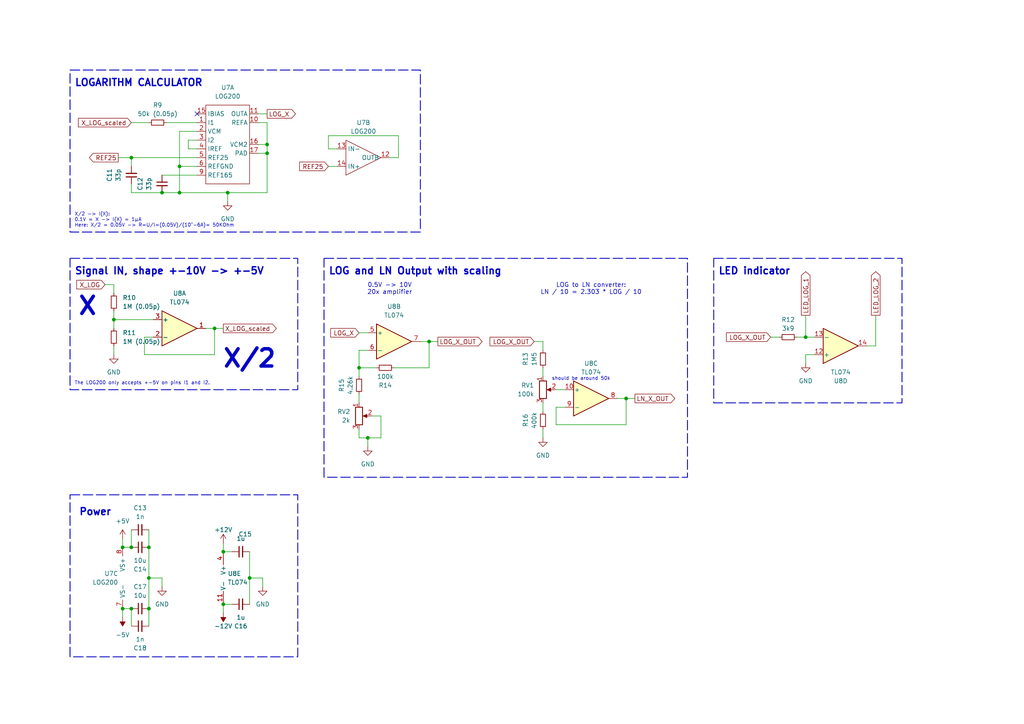
<source format=kicad_sch>
(kicad_sch (version 20231120) (generator "eeschema") (generator_version "8.0")
  (paper "A4")
  (title_block (title "Analog Computer Math Module") (date "2025-01-29") (rev "1") (company "Saal 2025") (comment 1 "Logarithm Function"))
  (lib_symbols
    (symbol "Amplifier_Operational:TL074" (pin_names (offset 0.127))
      (property "Reference" "U" (at 0 5.08 0))
      (property "Value" "TL074" (at 0 -5.08 0))
      (symbol "TL074_1_1"
        (polyline (pts (xy -5.08 5.08) (xy 5.08 0) (xy -5.08 -5.08) (xy -5.08 5.08)) (stroke (width 0.254)) (fill (type background)))
        (pin output line (at 7.62 0 180) (length 2.54) (name "~") (number "1"))
        (pin input line (at -7.62 -2.54 0) (length 2.54) (name "-") (number "2"))
        (pin input line (at -7.62 2.54 0) (length 2.54) (name "+") (number "3"))
      )
      (symbol "TL074_2_1"
        (polyline (pts (xy -5.08 5.08) (xy 5.08 0) (xy -5.08 -5.08) (xy -5.08 5.08)) (stroke (width 0.254)) (fill (type background)))
        (pin input line (at -7.62 2.54 0) (length 2.54) (name "+") (number "5"))
        (pin input line (at -7.62 -2.54 0) (length 2.54) (name "-") (number "6"))
        (pin output line (at 7.62 0 180) (length 2.54) (name "~") (number "7"))
      )
      (symbol "TL074_3_1"
        (polyline (pts (xy -5.08 5.08) (xy 5.08 0) (xy -5.08 -5.08) (xy -5.08 5.08)) (stroke (width 0.254)) (fill (type background)))
        (pin input line (at -7.62 2.54 0) (length 2.54) (name "+") (number "10"))
        (pin output line (at 7.62 0 180) (length 2.54) (name "~") (number "8"))
        (pin input line (at -7.62 -2.54 0) (length 2.54) (name "-") (number "9"))
      )
      (symbol "TL074_4_1"
        (polyline (pts (xy -5.08 5.08) (xy 5.08 0) (xy -5.08 -5.08) (xy -5.08 5.08)) (stroke (width 0.254)) (fill (type background)))
        (pin input line (at -7.62 2.54 0) (length 2.54) (name "+") (number "12"))
        (pin input line (at -7.62 -2.54 0) (length 2.54) (name "-") (number "13"))
        (pin output line (at 7.62 0 180) (length 2.54) (name "~") (number "14"))
      )
      (symbol "TL074_5_1"
        (pin power_in line (at -2.54 -7.62 90) (length 3.81) (name "V-") (number "11"))
        (pin power_in line (at -2.54 7.62 270) (length 3.81) (name "V+") (number "4"))
      )
    )
    (symbol "Analog_computing:LOG200"
      (property "Reference" "U" (at 0 11.43 0))
      (property "Value" "LOG200" (at 0 8.89 0))
      (symbol "LOG200_1_1"
        (rectangle (start -6.35 7.62) (end 6.35 -15.24))
        (pin input line (at -8.89 2.54 0) (length 2.54) (name "I1") (number "1"))
        (pin output line (at 8.89 2.54 180) (length 2.54) (name "REFA") (number "10"))
        (pin output line (at 8.89 5.08 180) (length 2.54) (name "OUTA") (number "11"))
        (pin input line (at -8.89 5.08 0) (length 2.54) (name "IBIAS") (number "15"))
        (pin input line (at 8.89 -3.81 180) (length 2.54) (name "VCM2") (number "16"))
        (pin input line (at 8.89 -6.35 180) (length 2.54) (name "PAD") (number "17"))
        (pin input line (at -8.89 0 0) (length 2.54) (name "VCM") (number "2"))
        (pin input line (at -8.89 -2.54 0) (length 2.54) (name "I2") (number "3"))
        (pin input line (at -8.89 -5.08 0) (length 2.54) (name "IREF") (number "4"))
        (pin output line (at -8.89 -7.62 0) (length 2.54) (name "REF25") (number "5"))
        (pin input line (at -8.89 -10.16 0) (length 2.54) (name "REFGND") (number "6"))
        (pin output line (at -8.89 -12.7 0) (length 2.54) (name "REF165") (number "9"))
      )
      (symbol "LOG200_2_1"
        (polyline (pts (xy -5.08 -5.08) (xy -5.08 5.08) (xy 5.08 0) (xy -5.08 -5.08)))
        (pin input line (at 7.62 0 180) (length 2.54) (name "OUTB") (number "12"))
        (pin input line (at -7.62 2.54 0) (length 2.54) (name "IN-") (number "13"))
        (pin input line (at -7.62 -2.54 0) (length 2.54) (name "IN+") (number "14"))
      )
      (symbol "LOG200_3_1"
        (pin input line (at 0 -8.89 90) (length 2.54) (name "VS-") (number "7"))
        (pin input line (at 0 8.89 270) (length 2.54) (name "VS+") (number "8"))
      )
    )
    (symbol "Device:C_Small" (pin_numbers hide) (pin_names (offset 0.254) hide)
      (property "Reference" "C" (at 0.254 1.778 0))
      (property "Value" "C_Small" (at 0.254 -2.032 0))
      (symbol "C_Small_0_1"
        (polyline (pts (xy -1.524 -0.508) (xy 1.524 -0.508)) (stroke (width 0.3302)))
        (polyline (pts (xy -1.524 0.508) (xy 1.524 0.508)) (stroke (width 0.3048)))
      )
      (symbol "C_Small_1_1"
        (pin passive line (at 0 2.54 270) (length 2.032) (name "~") (number "1"))
        (pin passive line (at 0 -2.54 90) (length 2.032) (name "~") (number "2"))
      )
    )
    (symbol "Device:R_Potentiometer" (pin_names (offset 1.016) hide)
      (property "Reference" "RV" (at -4.445 0 90))
      (property "Value" "R_Potentiometer" (at -2.54 0 90))
      (symbol "R_Potentiometer_0_1"
        (polyline (pts (xy 2.54 0) (xy 1.524 0)))
        (polyline (pts (xy 1.143 0) (xy 2.286 0.508) (xy 2.286 -0.508) (xy 1.143 0)) (fill (type outline)))
        (rectangle (start 1.016 2.54) (end -1.016 -2.54) (stroke (width 0.254)))
      )
      (symbol "R_Potentiometer_1_1"
        (pin passive line (at 0 3.81 270) (length 1.27) (name "1") (number "1"))
        (pin passive line (at 3.81 0 180) (length 1.27) (name "2") (number "2"))
        (pin passive line (at 0 -3.81 90) (length 1.27) (name "3") (number "3"))
      )
    )
    (symbol "Device:R_Small" (pin_numbers hide) (pin_names (offset 0.254) hide)
      (property "Reference" "R" (at 0.762 0.508 0))
      (property "Value" "R_Small" (at 0.762 -1.016 0))
      (symbol "R_Small_0_1"
        (rectangle (start -0.762 1.778) (end 0.762 -1.778) (stroke (width 0.2032)))
      )
      (symbol "R_Small_1_1"
        (pin passive line (at 0 2.54 270) (length 0.762) (name "~") (number "1"))
        (pin passive line (at 0 -2.54 90) (length 0.762) (name "~") (number "2"))
      )
    )
    (symbol "power:+12V" (power) (pin_numbers hide) (pin_names (offset 0) hide)
      (property "Value" "+12V" (at 0 3.556 0))
      (symbol "+12V_0_1"
        (polyline (pts (xy -0.762 1.27) (xy 0 2.54)))
        (polyline (pts (xy 0 0) (xy 0 2.54)))
        (polyline (pts (xy 0 2.54) (xy 0.762 1.27)))
      )
      (symbol "+12V_1_1"
        (pin power_in line (at 0 0 90) (length 0) (name "~") (number "1"))
      )
    )
    (symbol "power:+5V" (power) (pin_numbers hide) (pin_names (offset 0) hide)
      (property "Value" "+5V" (at 0 3.556 0))
      (symbol "+5V_0_1"
        (polyline (pts (xy -0.762 1.27) (xy 0 2.54)))
        (polyline (pts (xy 0 0) (xy 0 2.54)))
        (polyline (pts (xy 0 2.54) (xy 0.762 1.27)))
      )
      (symbol "+5V_1_1"
        (pin power_in line (at 0 0 90) (length 0) (name "~") (number "1"))
      )
    )
    (symbol "power:-12V" (power) (pin_numbers hide) (pin_names (offset 0) hide)
      (property "Value" "-12V" (at 0 3.556 0))
      (symbol "-12V_0_0"
        (pin power_in line (at 0 0 90) (length 0) (name "~") (number "1"))
      )
      (symbol "-12V_0_1"
        (polyline (pts (xy 0 0) (xy 0 1.27) (xy 0.762 1.27) (xy 0 2.54) (xy -0.762 1.27) (xy 0 1.27)) (fill (type outline)))
      )
    )
    (symbol "power:-5V" (power) (pin_numbers hide) (pin_names (offset 0) hide)
      (property "Value" "-5V" (at 0 3.556 0))
      (symbol "-5V_0_0"
        (pin power_in line (at 0 0 90) (length 0) (name "~") (number "1"))
      )
      (symbol "-5V_0_1"
        (polyline (pts (xy 0 0) (xy 0 1.27) (xy 0.762 1.27) (xy 0 2.54) (xy -0.762 1.27) (xy 0 1.27)) (fill (type outline)))
      )
    )
    (symbol "power:GND" (power) (pin_numbers hide) (pin_names (offset 0) hide)
      (property "Value" "GND" (at 0 -3.81 0))
      (symbol "GND_0_1"
        (polyline (pts (xy 0 0) (xy 0 -1.27) (xy 1.27 -1.27) (xy 0 -2.54) (xy -1.27 -1.27) (xy 0 -1.27)))
      )
      (symbol "GND_1_1"
        (pin power_in line (at 0 0 270) (length 0) (name "~") (number "1"))
      )
    )
  )
  (junction (at 72.39 167.64))
  (junction (at 104.14 106.68))
  (junction (at 181.61 115.57))
  (junction (at 64.77 160.02))
  (junction (at 38.1 176.53))
  (junction (at 35.56 158.75))
  (junction (at 66.04 55.88))
  (junction (at 77.47 41.91))
  (junction (at 77.47 44.45))
  (junction (at 233.68 97.79))
  (junction (at 52.07 48.26))
  (junction (at 33.02 92.71))
  (junction (at 35.56 176.53))
  (junction (at 62.23 95.25))
  (junction (at 38.1 45.72))
  (junction (at 64.77 175.26))
  (junction (at 124.46 99.06))
  (junction (at 43.18 167.64))
  (junction (at 52.07 55.88))
  (junction (at 43.18 158.75))
  (junction (at 106.68 127))
  (junction (at 38.1 158.75))
  (junction (at 46.99 55.88))
  (junction (at 43.18 176.53))
  (no_connect (at 57.15 33.02))
  (wire (pts (xy 66.04 55.88) (xy 66.04 58.42)))
  (wire (pts (xy 181.61 123.19) (xy 181.61 115.57)))
  (wire (pts (xy 74.93 44.45) (xy 77.47 44.45)))
  (wire (pts (xy 251.46 100.33) (xy 254 100.33)))
  (wire (pts (xy 46.99 55.88) (xy 52.07 55.88)))
  (wire (pts (xy 38.1 153.67) (xy 38.1 158.75)))
  (wire (pts (xy 223.52 97.79) (xy 226.06 97.79)))
  (wire (pts (xy 64.77 175.26) (xy 64.77 177.8)))
  (wire (pts (xy 95.25 43.18) (xy 95.25 39.37)))
  (wire (pts (xy 43.18 158.75) (xy 43.18 167.64)))
  (wire (pts (xy 161.29 113.03) (xy 163.83 113.03)))
  (wire (pts (xy 181.61 115.57) (xy 179.07 115.57)))
  (wire (pts (xy 38.1 176.53) (xy 38.1 181.61)))
  (wire (pts (xy 104.14 124.46) (xy 104.14 127)))
  (wire (pts (xy 33.02 92.71) (xy 33.02 95.25)))
  (wire (pts (xy 124.46 99.06) (xy 127 99.06)))
  (wire (pts (xy 64.77 160.02) (xy 67.31 160.02)))
  (wire (pts (xy 110.49 127) (xy 110.49 120.65)))
  (wire (pts (xy 57.15 38.1) (xy 52.07 38.1)))
  (wire (pts (xy 43.18 176.53) (xy 43.18 181.61)))
  (wire (pts (xy 76.2 167.64) (xy 76.2 170.18)))
  (wire (pts (xy 104.14 96.52) (xy 106.68 96.52)))
  (wire (pts (xy 157.48 127) (xy 157.48 124.46)))
  (wire (pts (xy 38.1 55.88) (xy 46.99 55.88)))
  (wire (pts (xy 38.1 53.34) (xy 38.1 55.88)))
  (wire (pts (xy 43.18 153.67) (xy 43.18 158.75)))
  (wire (pts (xy 74.93 35.56) (xy 77.47 35.56)))
  (wire (pts (xy 35.56 176.53) (xy 38.1 176.53)))
  (wire (pts (xy 62.23 95.25) (xy 64.77 95.25)))
  (wire (pts (xy 236.22 102.87) (xy 233.68 102.87)))
  (wire (pts (xy 114.3 106.68) (xy 124.46 106.68)))
  (wire (pts (xy 52.07 55.88) (xy 66.04 55.88)))
  (wire (pts (xy 77.47 44.45) (xy 77.47 41.91)))
  (wire (pts (xy 41.91 97.79) (xy 41.91 102.87)))
  (wire (pts (xy 62.23 102.87) (xy 62.23 95.25)))
  (wire (pts (xy 106.68 127) (xy 106.68 129.54)))
  (wire (pts (xy 231.14 97.79) (xy 233.68 97.79)))
  (wire (pts (xy 161.29 118.11) (xy 161.29 123.19)))
  (wire (pts (xy 35.56 158.75) (xy 38.1 158.75)))
  (wire (pts (xy 233.68 102.87) (xy 233.68 105.41)))
  (wire (pts (xy 38.1 45.72) (xy 57.15 45.72)))
  (wire (pts (xy 95.25 39.37) (xy 115.57 39.37)))
  (wire (pts (xy 113.03 45.72) (xy 115.57 45.72)))
  (wire (pts (xy 30.48 82.55) (xy 33.02 82.55)))
  (wire (pts (xy 121.92 99.06) (xy 124.46 99.06)))
  (wire (pts (xy 43.18 167.64) (xy 46.99 167.64)))
  (wire (pts (xy 44.45 97.79) (xy 41.91 97.79)))
  (wire (pts (xy 104.14 114.3) (xy 104.14 116.84)))
  (wire (pts (xy 154.94 99.06) (xy 157.48 99.06)))
  (wire (pts (xy 41.91 102.87) (xy 62.23 102.87)))
  (wire (pts (xy 52.07 38.1) (xy 52.07 48.26)))
  (wire (pts (xy 64.77 175.26) (xy 67.31 175.26)))
  (wire (pts (xy 54.61 43.18) (xy 54.61 40.64)))
  (wire (pts (xy 46.99 50.8) (xy 57.15 50.8)))
  (wire (pts (xy 35.56 176.53) (xy 35.56 179.07)))
  (wire (pts (xy 233.68 97.79) (xy 236.22 97.79)))
  (wire (pts (xy 38.1 45.72) (xy 38.1 48.26)))
  (wire (pts (xy 161.29 123.19) (xy 181.61 123.19)))
  (wire (pts (xy 43.18 167.64) (xy 43.18 176.53)))
  (wire (pts (xy 54.61 40.64) (xy 57.15 40.64)))
  (wire (pts (xy 95.25 43.18) (xy 97.79 43.18)))
  (wire (pts (xy 157.48 106.68) (xy 157.48 109.22)))
  (wire (pts (xy 52.07 48.26) (xy 57.15 48.26)))
  (wire (pts (xy 110.49 120.65) (xy 107.95 120.65)))
  (wire (pts (xy 163.83 118.11) (xy 161.29 118.11)))
  (wire (pts (xy 33.02 90.17) (xy 33.02 92.71)))
  (wire (pts (xy 33.02 100.33) (xy 33.02 102.87)))
  (wire (pts (xy 74.93 33.02) (xy 77.47 33.02)))
  (wire (pts (xy 48.26 35.56) (xy 57.15 35.56)))
  (wire (pts (xy 46.99 167.64) (xy 46.99 170.18)))
  (wire (pts (xy 57.15 43.18) (xy 54.61 43.18)))
  (wire (pts (xy 59.69 95.25) (xy 62.23 95.25)))
  (wire (pts (xy 52.07 48.26) (xy 52.07 55.88)))
  (wire (pts (xy 72.39 167.64) (xy 72.39 175.26)))
  (wire (pts (xy 95.25 48.26) (xy 97.79 48.26)))
  (wire (pts (xy 181.61 115.57) (xy 184.15 115.57)))
  (wire (pts (xy 115.57 39.37) (xy 115.57 45.72)))
  (wire (pts (xy 77.47 41.91) (xy 74.93 41.91)))
  (wire (pts (xy 77.47 35.56) (xy 77.47 41.91)))
  (wire (pts (xy 64.77 157.48) (xy 64.77 160.02)))
  (wire (pts (xy 106.68 101.6) (xy 104.14 101.6)))
  (wire (pts (xy 104.14 101.6) (xy 104.14 106.68)))
  (wire (pts (xy 104.14 106.68) (xy 109.22 106.68)))
  (wire (pts (xy 233.68 91.44) (xy 233.68 97.79)))
  (wire (pts (xy 33.02 82.55) (xy 33.02 85.09)))
  (wire (pts (xy 104.14 106.68) (xy 104.14 109.22)))
  (wire (pts (xy 157.48 99.06) (xy 157.48 101.6)))
  (wire (pts (xy 254 91.44) (xy 254 100.33)))
  (wire (pts (xy 33.02 92.71) (xy 44.45 92.71)))
  (wire (pts (xy 34.29 45.72) (xy 38.1 45.72)))
  (wire (pts (xy 157.48 116.84) (xy 157.48 119.38)))
  (wire (pts (xy 35.56 156.21) (xy 35.56 158.75)))
  (wire (pts (xy 104.14 127) (xy 106.68 127)))
  (wire (pts (xy 66.04 55.88) (xy 77.47 55.88)))
  (wire (pts (xy 77.47 55.88) (xy 77.47 44.45)))
  (wire (pts (xy 106.68 127) (xy 110.49 127)))
  (wire (pts (xy 72.39 167.64) (xy 76.2 167.64)))
  (wire (pts (xy 72.39 160.02) (xy 72.39 167.64)))
  (wire (pts (xy 38.1 35.56) (xy 43.18 35.56)))
  (wire (pts (xy 124.46 99.06) (xy 124.46 106.68)))
  (rectangle (start 207.01 74.93) (end 261.62 116.84) (stroke (width 0.254) (type dash)))
  (rectangle (start 20.32 74.93) (end 86.36 113.03) (stroke (width 0.254) (type dash)))
  (rectangle (start 93.98 74.93) (end 199.39 138.43) (stroke (width 0.254) (type dash)))
  (rectangle (start 20.32 143.51) (end 86.36 190.5) (stroke (width 0.254) (type dash)))
  (rectangle (start 20.32 20.32) (end 121.92 67.31) (stroke (width 0.254) (type dash)))
  (text "X" (at 25.4 88.9 0) (effects (font (size 5 5) (thickness 1) (bold yes))))
  (text "Power" (at 22.86 148.59 0) (effects (font (size 2.032 2.032) (thickness 0.4064) (bold yes)) (justify left)))
  (text "X/2 -> I(X):\n0.1V = X -> I(X) = 1µA\nHere: X/2 = 0.05V -> R=U/I=(0.05V)/(10^-6A)= 50KOhm" (at 21.59 66.04 0) (effects (font (size 1 1) (thickness 0.125)) (justify left bottom)))
  (text "LED indicator" (at 208.28 78.74 0) (effects (font (size 2.032 2.032) (thickness 0.4064) (bold yes)) (justify left)))
  (text "Signal IN, shape +-10V -> +-5V" (at 21.59 78.74 0) (effects (font (size 2.032 2.032) (thickness 0.4064) (bold yes)) (justify left)))
  (text "LOG to LN converter:\nLN / 10 = 2.303 * LOG / 10" (at 171.45 83.82 0) (effects (font (size 1.27 1.27))))
  (text "The LOG200 only accepts +-5V on pins I1 and I2." (at 21.59 111.76 0) (effects (font (size 1 1) (thickness 0.125)) (justify left bottom)))
  (text "X/2" (at 72.39 104.14 0) (effects (font (size 5 5) (thickness 1) (bold yes))))
  (text "0.5V -> 10V\n20x amplifier" (at 113.03 83.82 0) (effects (font (size 1.27 1.27))))
  (text "should be around 50k" (at 160.02 110.49 0) (effects (font (size 1 1) (thickness 0.125)) (justify left bottom)))
  (text "LOGARITHM CALCULATOR" (at 21.59 24.13 0) (effects (font (size 2.032 2.032) (thickness 0.4064) (bold yes)) (justify left)))
  (text "LOG and LN Output with scaling" (at 95.25 78.74 0) (effects (font (size 2.032 2.032) (thickness 0.4064) (bold yes)) (justify left)))
  (global_label "LN_X_OUT" (shape output) (at 184.15 115.57 0) (property "Intersheetrefs" "${INTERSHEET_REFS}" (effects (hide yes))))
  (global_label "REF25" (shape input) (at 95.25 48.26 180) (property "Intersheetrefs" "${INTERSHEET_REFS}" (effects (hide yes))))
  (global_label "LOG_X_OUT" (shape input) (at 223.52 97.79 180) (property "Intersheetrefs" "${INTERSHEET_REFS}" (effects (hide yes))))
  (global_label "LOG_X" (shape output) (at 77.47 33.02 0) (property "Intersheetrefs" "${INTERSHEET_REFS}" (effects (hide yes))))
  (global_label "REF25" (shape output) (at 34.29 45.72 180) (property "Intersheetrefs" "${INTERSHEET_REFS}" (effects (hide yes))))
  (global_label "LED_LOG_1" (shape output) (at 233.68 91.44 90) (property "Intersheetrefs" "${INTERSHEET_REFS}" (effects (hide yes))))
  (global_label "LOG_X" (shape input) (at 104.14 96.52 180) (property "Intersheetrefs" "${INTERSHEET_REFS}" (effects (hide yes))))
  (global_label "X_LOG_scaled" (shape input) (at 38.1 35.56 180) (property "Intersheetrefs" "${INTERSHEET_REFS}" (effects (hide yes))))
  (global_label "LOG_X_OUT" (shape input) (at 154.94 99.06 180) (property "Intersheetrefs" "${INTERSHEET_REFS}" (effects (hide yes))))
  (global_label "X_LOG_scaled" (shape output) (at 64.77 95.25 0) (property "Intersheetrefs" "${INTERSHEET_REFS}" (effects (hide yes))))
  (global_label "LOG_X_OUT" (shape output) (at 127 99.06 0) (property "Intersheetrefs" "${INTERSHEET_REFS}" (effects (hide yes))))
  (global_label "X_LOG" (shape input) (at 30.48 82.55 180) (property "Intersheetrefs" "${INTERSHEET_REFS}" (effects (hide yes))))
  (global_label "LED_LOG_2" (shape output) (at 254 91.44 90) (property "Intersheetrefs" "${INTERSHEET_REFS}" (effects (hide yes))))
  (symbol (lib_id "Device:R_Small") (at 157.48 104.14 0) (mirror y) (unit 1)
    (property "Reference" "R13" (at 152.4 104.14 90))
    (property "Value" "1M5" (at 154.94 104.14 90))
    (property "Footprint" "Resistor_SMD:R_1206_3216Metric_Pad1.30x1.75mm_HandSolder" (effects (hide yes)))
    (property "Description" "Resistor, small symbol" (effects (hide yes)))
  )
  (symbol (lib_id "power:GND") (at 106.68 129.54 0) (unit 1)
    (property "Reference" "#PWR035" (effects (hide yes)))
    (property "Value" "GND" (at 106.68 134.62 0))
    (property "Description" "Power symbol creates a global label with name \"GND\" , ground" (effects (hide yes)))
  )
  (symbol (lib_id "Device:R_Small") (at 157.48 121.92 0) (mirror y) (unit 1)
    (property "Reference" "R16" (at 152.4 121.92 90))
    (property "Value" "400k" (at 154.94 121.92 90))
    (property "Footprint" "Resistor_SMD:R_1206_3216Metric_Pad1.30x1.75mm_HandSolder" (effects (hide yes)))
    (property "Description" "Resistor, small symbol" (effects (hide yes)))
  )
  (symbol (lib_id "power:GND") (at 46.99 170.18 0) (unit 1)
    (property "Reference" "#PWR038" (effects (hide yes)))
    (property "Value" "GND" (at 46.99 175.26 0))
    (property "Description" "Power symbol creates a global label with name \"GND\" , ground" (effects (hide yes)))
  )
  (symbol (lib_id "Device:C_Small") (at 40.64 158.75 90) (mirror x) (unit 1)
    (property "Reference" "C14" (at 40.6463 165.1 90))
    (property "Value" "10u" (at 40.6463 162.56 90))
    (property "Footprint" "Capacitor_SMD:C_1206_3216Metric_Pad1.33x1.80mm_HandSolder" (effects (hide yes)))
    (property "Description" "Unpolarized capacitor, small symbol" (effects (hide yes)))
  )
  (symbol (lib_id "Amplifier_Operational:TL074") (at 52.07 95.25 0) (unit 1)
    (property "Reference" "U8" (at 52.07 85.09 0))
    (property "Value" "TL074" (at 52.07 87.63 0))
    (property "Footprint" "Package_SO:SOIC-14_3.9x8.7mm_P1.27mm" (effects (hide yes)))
    (property "Datasheet" "http://www.ti.com/lit/ds/symlink/tl071.pdf" (effects (hide yes)))
    (property "Description" "Quad Low-Noise JFET-Input Operational Amplifiers, DIP-14/SOIC-14" (effects (hide yes)))
  )
  (symbol (lib_id "Device:C_Small") (at 46.99 53.34 0) (mirror y) (unit 1)
    (property "Reference" "C12" (at 40.64 53.3463 90))
    (property "Value" "33p" (at 43.18 53.3463 90))
    (property "Footprint" "Capacitor_SMD:C_1206_3216Metric_Pad1.33x1.80mm_HandSolder" (effects (hide yes)))
    (property "Description" "Unpolarized capacitor, small symbol" (effects (hide yes)))
  )
  (symbol (lib_id "Device:C_Small") (at 38.1 50.8 180) (unit 1)
    (property "Reference" "C11" (at 31.75 50.7937 90))
    (property "Value" "33p" (at 34.29 50.7937 90))
    (property "Footprint" "Capacitor_SMD:C_1206_3216Metric_Pad1.33x1.80mm_HandSolder" (effects (hide yes)))
    (property "Description" "Unpolarized capacitor, small symbol" (effects (hide yes)))
  )
  (symbol (lib_id "Amplifier_Operational:TL074") (at 243.84 100.33 0) (mirror x) (unit 4)
    (property "Reference" "U8" (at 243.84 110.49 0))
    (property "Value" "TL074" (at 243.84 107.95 0))
    (property "Footprint" "Package_SO:SOIC-14_3.9x8.7mm_P1.27mm" (effects (hide yes)))
    (property "Datasheet" "http://www.ti.com/lit/ds/symlink/tl071.pdf" (effects (hide yes)))
    (property "Description" "Quad Low-Noise JFET-Input Operational Amplifiers, DIP-14/SOIC-14" (effects (hide yes)))
  )
  (symbol (lib_id "Device:R_Small") (at 104.14 111.76 0) (mirror y) (unit 1)
    (property "Reference" "R15" (at 99.06 111.76 90))
    (property "Value" "4.26k" (at 101.6 111.76 90))
    (property "Footprint" "Resistor_SMD:R_1206_3216Metric_Pad1.30x1.75mm_HandSolder" (effects (hide yes)))
    (property "Description" "Resistor, small symbol" (effects (hide yes)))
  )
  (symbol (lib_id "Device:C_Small") (at 40.64 176.53 90) (unit 1)
    (property "Reference" "C17" (at 40.6463 170.18 90))
    (property "Value" "10u" (at 40.6463 172.72 90))
    (property "Footprint" "Capacitor_SMD:C_1206_3216Metric_Pad1.33x1.80mm_HandSolder" (effects (hide yes)))
    (property "Description" "Unpolarized capacitor, small symbol" (effects (hide yes)))
  )
  (symbol (lib_id "Device:R_Small") (at 228.6 97.79 90) (unit 1)
    (property "Reference" "R12" (at 228.6 92.71 90))
    (property "Value" "3k9" (at 228.6 95.25 90))
    (property "Footprint" "Resistor_SMD:R_1206_3216Metric_Pad1.30x1.75mm_HandSolder" (effects (hide yes)))
    (property "Description" "Resistor, small symbol" (effects (hide yes)))
  )
  (symbol (lib_id "Amplifier_Operational:TL074") (at 67.31 167.64 0) (unit 5)
    (property "Reference" "U8" (at 66.04 166.3699 0) (effects (justify left)))
    (property "Value" "TL074" (at 66.04 168.9099 0) (effects (justify left)))
    (property "Footprint" "Package_SO:SOIC-14_3.9x8.7mm_P1.27mm" (effects (hide yes)))
    (property "Datasheet" "http://www.ti.com/lit/ds/symlink/tl071.pdf" (effects (hide yes)))
    (property "Description" "Quad Low-Noise JFET-Input Operational Amplifiers, DIP-14/SOIC-14" (effects (hide yes)))
  )
  (symbol (lib_id "power:GND") (at 33.02 102.87 0) (unit 1)
    (property "Reference" "#PWR032" (effects (hide yes)))
    (property "Value" "GND" (at 33.02 107.95 0))
    (property "Description" "Power symbol creates a global label with name \"GND\" , ground" (effects (hide yes)))
  )
  (symbol (lib_id "Analog_computing:LOG200") (at 105.41 45.72 0) (unit 2)
    (property "Reference" "U7" (at 105.41 35.56 0))
    (property "Value" "LOG200" (at 105.41 38.1 0))
    (property "Footprint" "Package_DFN_QFN:VQFN-16-1EP_3x3mm_P0.5mm_EP1.6x1.6mm_ThermalVias" (effects (hide yes)))
  )
  (symbol (lib_id "Device:R_Small") (at 33.02 97.79 0) (unit 1)
    (property "Reference" "R11" (at 35.56 96.5199 0) (effects (justify left)))
    (property "Value" "1M (0.05p)" (at 35.56 99.0599 0) (effects (justify left)))
    (property "Footprint" "Resistor_SMD:R_1206_3216Metric_Pad1.30x1.75mm_HandSolder" (effects (hide yes)))
    (property "Description" "Resistor, small symbol" (effects (hide yes)))
  )
  (symbol (lib_id "Device:C_Small") (at 40.64 153.67 90) (unit 1)
    (property "Reference" "C13" (at 40.6463 147.32 90))
    (property "Value" "1n" (at 40.6463 149.86 90))
    (property "Footprint" "Capacitor_SMD:C_1206_3216Metric_Pad1.33x1.80mm_HandSolder" (effects (hide yes)))
    (property "Description" "Unpolarized capacitor, small symbol" (effects (hide yes)))
  )
  (symbol (lib_id "Device:R_Potentiometer") (at 157.48 113.03 0) (unit 1)
    (property "Reference" "RV1" (at 154.94 111.7599 0) (effects (justify right)))
    (property "Value" "100k" (at 154.94 114.2999 0) (effects (justify right)))
    (property "Footprint" "Potentiometer_THT:Potentiometer_Bourns_3296W_Vertical" (effects (hide yes)))
    (property "Description" "Potentiometer" (effects (hide yes)))
  )
  (symbol (lib_id "Amplifier_Operational:TL074") (at 114.3 99.06 0) (unit 2)
    (property "Reference" "U8" (at 114.3 88.9 0))
    (property "Value" "TL074" (at 114.3 91.44 0))
    (property "Footprint" "Package_SO:SOIC-14_3.9x8.7mm_P1.27mm" (effects (hide yes)))
    (property "Datasheet" "http://www.ti.com/lit/ds/symlink/tl071.pdf" (effects (hide yes)))
    (property "Description" "Quad Low-Noise JFET-Input Operational Amplifiers, DIP-14/SOIC-14" (effects (hide yes)))
  )
  (symbol (lib_id "power:+12V") (at 64.77 157.48 0) (unit 1)
    (property "Reference" "#PWR037" (effects (hide yes)))
    (property "Value" "+12V" (at 64.77 153.67 0))
    (property "Description" "Power symbol creates a global label with name \"+12V\"" (effects (hide yes)))
  )
  (symbol (lib_id "power:GND") (at 157.48 127 0) (unit 1)
    (property "Reference" "#PWR034" (effects (hide yes)))
    (property "Value" "GND" (at 157.48 132.08 0))
    (property "Description" "Power symbol creates a global label with name \"GND\" , ground" (effects (hide yes)))
  )
  (symbol (lib_id "Device:C_Small") (at 69.85 175.26 90) (mirror x) (unit 1)
    (property "Reference" "C16" (at 69.8563 181.61 90))
    (property "Value" "1u" (at 69.8563 179.07 90))
    (property "Footprint" "Capacitor_SMD:C_1206_3216Metric_Pad1.33x1.80mm_HandSolder" (effects (hide yes)))
    (property "Description" "Unpolarized capacitor, small symbol" (effects (hide yes)))
  )
  (symbol (lib_id "power:GND") (at 233.68 105.41 0) (unit 1)
    (property "Reference" "#PWR033" (effects (hide yes)))
    (property "Value" "GND" (at 233.68 110.49 0))
    (property "Description" "Power symbol creates a global label with name \"GND\" , ground" (effects (hide yes)))
  )
  (symbol (lib_id "Amplifier_Operational:TL074") (at 171.45 115.57 0) (unit 3)
    (property "Reference" "U8" (at 171.45 105.41 0))
    (property "Value" "TL074" (at 171.45 107.95 0))
    (property "Footprint" "Package_SO:SOIC-14_3.9x8.7mm_P1.27mm" (effects (hide yes)))
    (property "Datasheet" "http://www.ti.com/lit/ds/symlink/tl071.pdf" (effects (hide yes)))
    (property "Description" "Quad Low-Noise JFET-Input Operational Amplifiers, DIP-14/SOIC-14" (effects (hide yes)))
  )
  (symbol (lib_id "Device:R_Small") (at 111.76 106.68 90) (mirror x) (unit 1)
    (property "Reference" "R14" (at 111.76 111.76 90))
    (property "Value" "100k" (at 111.76 109.22 90))
    (property "Footprint" "Resistor_SMD:R_1206_3216Metric_Pad1.30x1.75mm_HandSolder" (effects (hide yes)))
    (property "Description" "Resistor, small symbol" (effects (hide yes)))
  )
  (symbol (lib_id "power:-12V") (at 64.77 177.8 180) (unit 1)
    (property "Reference" "#PWR040" (effects (hide yes)))
    (property "Value" "-12V" (at 64.77 181.61 0))
    (property "Description" "Power symbol creates a global label with name \"-12V\"" (effects (hide yes)))
  )
  (symbol (lib_id "Device:R_Potentiometer") (at 104.14 120.65 0) (unit 1)
    (property "Reference" "RV2" (at 101.6 119.3799 0) (effects (justify right)))
    (property "Value" "2k" (at 101.6 121.9199 0) (effects (justify right)))
    (property "Footprint" "Potentiometer_THT:Potentiometer_Bourns_3296W_Vertical" (effects (hide yes)))
    (property "Description" "Potentiometer" (effects (hide yes)))
  )
  (symbol (lib_id "Device:R_Small") (at 45.72 35.56 90) (unit 1)
    (property "Reference" "R9" (at 45.72 30.48 90))
    (property "Value" "50k (0.05p)" (at 45.72 33.02 90))
    (property "Footprint" "Resistor_SMD:R_1206_3216Metric_Pad1.30x1.75mm_HandSolder" (effects (hide yes)))
    (property "Description" "Resistor, small symbol" (effects (hide yes)))
  )
  (symbol (lib_id "power:+5V") (at 35.56 156.21 0) (unit 1)
    (property "Reference" "#PWR036" (effects (hide yes)))
    (property "Value" "+5V" (at 35.56 151.13 0))
    (property "Description" "Power symbol creates a global label with name \"+5V\"" (effects (hide yes)))
  )
  (symbol (lib_id "Device:R_Small") (at 33.02 87.63 0) (unit 1)
    (property "Reference" "R10" (at 35.56 86.3599 0) (effects (justify left)))
    (property "Value" "1M (0.05p)" (at 35.56 88.8999 0) (effects (justify left)))
    (property "Footprint" "Resistor_SMD:R_1206_3216Metric_Pad1.30x1.75mm_HandSolder" (effects (hide yes)))
    (property "Description" "Resistor, small symbol" (effects (hide yes)))
  )
  (symbol (lib_id "Analog_computing:LOG200") (at 35.56 167.64 0) (mirror y) (unit 3)
    (property "Reference" "U7" (at 34.29 166.3699 0) (effects (justify left)))
    (property "Value" "LOG200" (at 34.29 168.9099 0) (effects (justify left)))
    (property "Footprint" "Package_DFN_QFN:VQFN-16-1EP_3x3mm_P0.5mm_EP1.6x1.6mm_ThermalVias" (effects (hide yes)))
  )
  (symbol (lib_id "Device:C_Small") (at 40.64 181.61 90) (mirror x) (unit 1)
    (property "Reference" "C18" (at 40.6463 187.96 90))
    (property "Value" "1n" (at 40.6463 185.42 90))
    (property "Footprint" "Capacitor_SMD:C_1206_3216Metric_Pad1.33x1.80mm_HandSolder" (effects (hide yes)))
    (property "Description" "Unpolarized capacitor, small symbol" (effects (hide yes)))
  )
  (symbol (lib_id "power:-5V") (at 35.56 179.07 180) (unit 1)
    (property "Reference" "#PWR041" (effects (hide yes)))
    (property "Value" "-5V" (at 35.56 184.15 0))
    (property "Description" "Power symbol creates a global label with name \"-5V\"" (effects (hide yes)))
  )
  (symbol (lib_id "power:GND") (at 66.04 58.42 0) (mirror y) (unit 1)
    (property "Reference" "#PWR031" (effects (hide yes)))
    (property "Value" "GND" (at 66.04 63.5 0))
    (property "Description" "Power symbol creates a global label with name \"GND\" , ground" (effects (hide yes)))
  )
  (symbol (lib_id "Device:C_Small") (at 69.85 160.02 90) (unit 1)
    (property "Reference" "C15" (at 71.1263 154.94 90))
    (property "Value" "1u" (at 69.8563 156.21 90))
    (property "Footprint" "Capacitor_SMD:C_1206_3216Metric_Pad1.33x1.80mm_HandSolder" (effects (hide yes)))
    (property "Description" "Unpolarized capacitor, small symbol" (effects (hide yes)))
  )
  (symbol (lib_id "power:GND") (at 76.2 170.18 0) (unit 1)
    (property "Reference" "#PWR039" (effects (hide yes)))
    (property "Value" "GND" (at 76.2 175.26 0))
    (property "Description" "Power symbol creates a global label with name \"GND\" , ground" (effects (hide yes)))
  )
  (symbol (lib_id "Analog_computing:LOG200") (at 66.04 38.1 0) (unit 1)
    (property "Reference" "U7" (at 66.04 25.4 0))
    (property "Value" "LOG200" (at 66.04 27.94 0))
    (property "Footprint" "Package_DFN_QFN:VQFN-16-1EP_3x3mm_P0.5mm_EP1.6x1.6mm_ThermalVias" (effects (hide yes)))
  )
)
</source>
